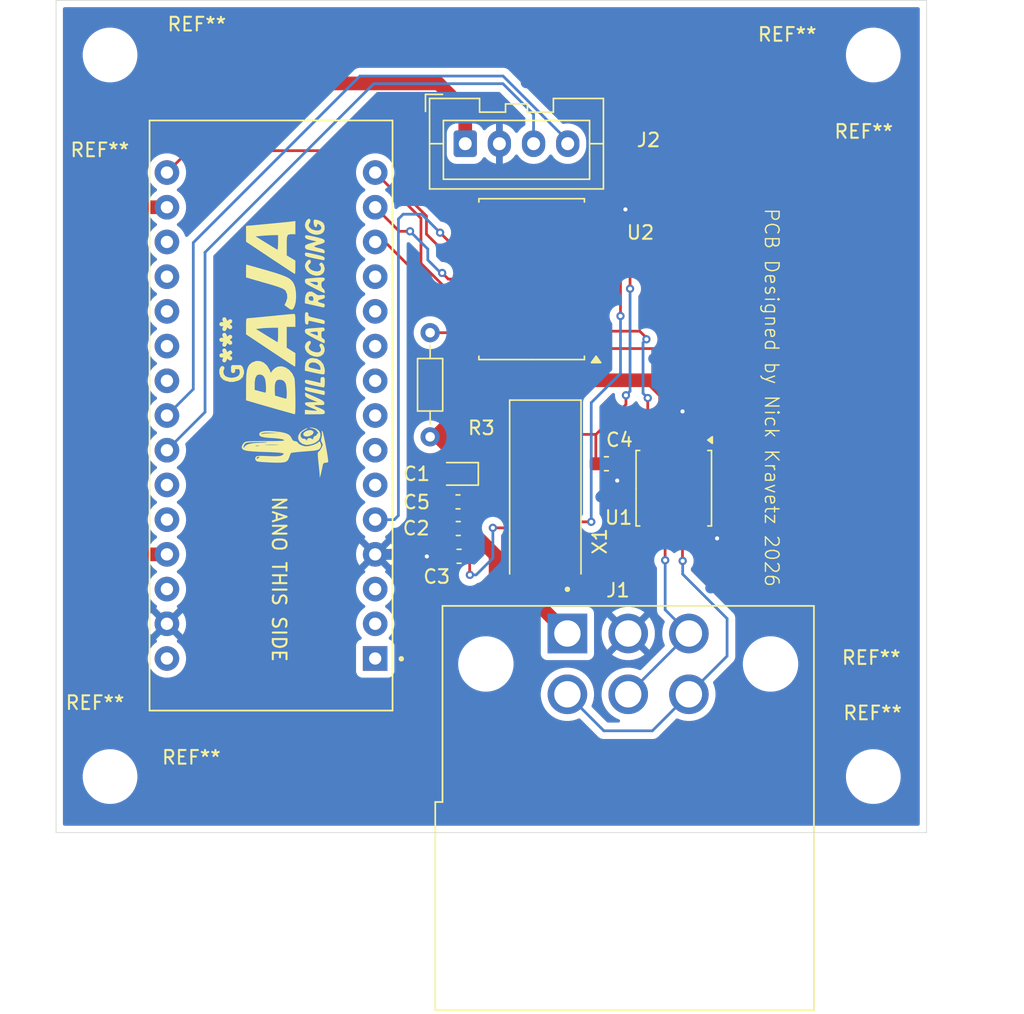
<source format=kicad_pcb>
(kicad_pcb (version 20241229) (generator "pcbnew") (generator_version "9.0")
  (layers (0 "F.Cu" signal) (2 "B.Cu" signal) (13 "F.Paste" user) (15 "B.Paste" user) (5 "F.SilkS" user "F.Silkscreen") (7 "B.SilkS" user "B.Silkscreen") (1 "F.Mask" user) (3 "B.Mask" user) (25 "Edge.Cuts" user))
  (net 0 "")
  (net 2 "SDA")
  (net 6 "+3V")
  (net 10 "SO")
  (net 12 "SCK")
  (net 13 "Net-(U2-~{INT})")
  (net 20 "SI")
  (net 25 "SCL")
  (net 26 "+5V")
  (net 28 "Net-(U2-OSC2)")
  (net 29 "CS")
  (net 30 "GND")
  (net 31 "Low")
  (net 32 "High")
  (net 33 "Net-(U2-OSC1)")
  (net 34 "Net-(U2-~{RESET})")
  (net 36 "Net-(U1-TXD)")
  (net 37 "Net-(U1-RXD)")
  (footprint "MountingHole:MountingHole_3.5mm" (layer "F.Cu") (at 188.7 125.2)
    (property "Reference" "REF**" (at -0.05 -4.65 0) (layer "F.SilkS"))
    (property "Value" "MountingHole_3.5mm")
    (pad "" np_thru_hole circle (at 0 0) (size 3.5 3.5) (drill 3.5) (layers "*.Cu" "*.Mask"))
  )
  (footprint "Package_SO:SOIC-18W_7.5x11.6mm_P1.27mm" (layer "F.Cu") (at 163.7 88.8 180)
    (property "Reference" "U2" (at -7.96 3.41 0) (layer "F.SilkS"))
    (property "Value" "MCP2515-I")
    (pad "1" smd roundrect (at -4.65 -5.08 180) (size 2.05 0.6) (layers "F.Cu" "F.Mask" "F.Paste") (net 36 "Net-(U1-TXD)"))
    (pad "2" smd roundrect (at -4.65 -3.81 180) (size 2.05 0.6) (layers "F.Cu" "F.Mask" "F.Paste") (net 37 "Net-(U1-RXD)"))
    (pad "3" smd roundrect (at -4.65 -2.54 180) (size 2.05 0.6) (layers "F.Cu" "F.Mask" "F.Paste"))
    (pad "4" smd roundrect (at -4.65 -1.27 180) (size 2.05 0.6) (layers "F.Cu" "F.Mask" "F.Paste"))
    (pad "5" smd roundrect (at -4.65 0 180) (size 2.05 0.6) (layers "F.Cu" "F.Mask" "F.Paste"))
    (pad "6" smd roundrect (at -4.65 1.27 180) (size 2.05 0.6) (layers "F.Cu" "F.Mask" "F.Paste"))
    (pad "7" smd roundrect (at -4.65 2.54 180) (size 2.05 0.6) (layers "F.Cu" "F.Mask" "F.Paste") (net 28 "Net-(U2-OSC2)"))
    (pad "8" smd roundrect (at -4.65 3.81 180) (size 2.05 0.6) (layers "F.Cu" "F.Mask" "F.Paste") (net 33 "Net-(U2-OSC1)"))
    (pad "9" smd roundrect (at -4.65 5.08 180) (size 2.05 0.6) (layers "F.Cu" "F.Mask" "F.Paste") (net 30 "GND"))
    (pad "10" smd roundrect (at 4.65 5.08 180) (size 2.05 0.6) (layers "F.Cu" "F.Mask" "F.Paste"))
    (pad "11" smd roundrect (at 4.65 3.81 180) (size 2.05 0.6) (layers "F.Cu" "F.Mask" "F.Paste"))
    (pad "12" smd roundrect (at 4.65 2.54 180) (size 2.05 0.6) (layers "F.Cu" "F.Mask" "F.Paste") (net 13 "Net-(U2-~{INT})"))
    (pad "13" smd roundrect (at 4.65 1.27 180) (size 2.05 0.6) (layers "F.Cu" "F.Mask" "F.Paste") (net 12 "SCK"))
    (pad "14" smd roundrect (at 4.65 0 180) (size 2.05 0.6) (layers "F.Cu" "F.Mask" "F.Paste") (net 20 "SI"))
    (pad "15" smd roundrect (at 4.65 -1.27 180) (size 2.05 0.6) (layers "F.Cu" "F.Mask" "F.Paste") (net 10 "SO"))
    (pad "16" smd roundrect (at 4.65 -2.54 180) (size 2.05 0.6) (layers "F.Cu" "F.Mask" "F.Paste") (net 29 "CS"))
    (pad "17" smd roundrect (at 4.65 -3.81 180) (size 2.05 0.6) (layers "F.Cu" "F.Mask" "F.Paste") (net 34 "Net-(U2-~{RESET})"))
    (pad "18" smd roundrect (at 4.65 -5.08 180) (size 2.05 0.6) (layers "F.Cu" "F.Mask" "F.Paste") (net 26 "+5V"))
  )
  (footprint "Connector_JST:JST_XA_B04B-XASK-1_1x04_P2.50mm_Vertical" (layer "F.Cu") (at 158.84 78.89)
    (property "Reference" "J2" (at 13.41 -0.27 0) (layer "F.SilkS"))
    (property "Value" "Conn_01x04")
    (pad "1" thru_hole roundrect (at 0 0) (size 1.7 1.95) (drill 0.95) (layers "*.Cu" "*.Mask") (roundrect_rratio 0.147059) (net 6 "+3V"))
    (pad "2" thru_hole oval (at 2.5 0) (size 1.7 1.95) (drill 0.95) (layers "*.Cu" "*.Mask") (net 30 "GND"))
    (pad "3" thru_hole oval (at 5 0) (size 1.7 1.95) (drill 0.95) (layers "*.Cu" "*.Mask") (net 25 "SCL"))
    (pad "4" thru_hole oval (at 7.5 0) (size 1.7 1.95) (drill 0.95) (layers "*.Cu" "*.Mask") (net 2 "SDA"))
  )
  (footprint "Package_SO:SOIC-8_5.3x5.3mm_P1.27mm" (layer "F.Cu") (at 174.1 104.1 -90)
    (property "Reference" "U1" (at 2.15 4.04 0) (layer "F.SilkS"))
    (property "Value" "TJA1050DRG")
    (pad "1" smd roundrect (at -3.5875 -1.905 270) (size 1.625 0.65) (layers "F.Cu" "F.Mask" "F.Paste") (net 36 "Net-(U1-TXD)"))
    (pad "2" smd roundrect (at -3.5875 -0.635 270) (size 1.625 0.65) (layers "F.Cu" "F.Mask" "F.Paste") (net 30 "GND"))
    (pad "3" smd roundrect (at -3.5875 0.635 270) (size 1.625 0.65) (layers "F.Cu" "F.Mask" "F.Paste") (net 26 "+5V"))
    (pad "4" smd roundrect (at -3.5875 1.905 270) (size 1.625 0.65) (layers "F.Cu" "F.Mask" "F.Paste") (net 37 "Net-(U1-RXD)"))
    (pad "5" smd roundrect (at 3.5875 1.905 270) (size 1.625 0.65) (layers "F.Cu" "F.Mask" "F.Paste"))
    (pad "6" smd roundrect (at 3.5875 0.635 270) (size 1.625 0.65) (layers "F.Cu" "F.Mask" "F.Paste") (net 31 "Low"))
    (pad "7" smd roundrect (at 3.5875 -0.635 270) (size 1.625 0.65) (layers "F.Cu" "F.Mask" "F.Paste") (net 32 "High"))
    (pad "8" smd roundrect (at 3.5875 -1.905 270) (size 1.625 0.65) (layers "F.Cu" "F.Mask" "F.Paste") (net 30 "GND"))
  )
  (footprint "Capacitor_SMD:C_0603_1608Metric" (layer "F.Cu") (at 158.31 105.1)
    (property "Reference" "C5" (at -3.03 0.02 0) (layer "F.SilkS"))
    (property "Value" "100nF")
    (pad "1" smd roundrect (at -0.775 0) (size 0.9 0.95) (layers "F.Cu" "F.Mask" "F.Paste") (net 30 "GND"))
    (pad "2" smd roundrect (at 0.775 0) (size 0.9 0.95) (layers "F.Cu" "F.Mask" "F.Paste") (net 26 "+5V"))
  )
  (footprint "Fiducial:Fiducial_0.75mm_Mask1.5mm" (layer "F.Cu") (at 138.8 125.5)
    (property "Reference" "REF**" (at 0 -1.7 0) (layer "F.SilkS"))
    (property "Value" "Fiducial_0.75mm_Mask1.5mm")
    (pad "" smd circle (at 0 0) (size 0.75 0.75) (layers "F.Cu" "F.Mask") (clearance 0.475))
  )
  (footprint "MountingHole:MountingHole_3.5mm" (layer "F.Cu") (at 132.85 72.4)
    (property "Reference" "REF**" (at -0.75 6.95 0) (layer "F.SilkS"))
    (property "Value" "MountingHole_3.5mm")
    (pad "" np_thru_hole circle (at 0 0) (size 3.5 3.5) (drill 3.5) (layers "*.Cu" "*.Mask"))
  )
  (footprint "MountingHole:MountingHole_3.5mm" (layer "F.Cu") (at 188.7 72.4)
    (property "Reference" "REF**" (at -0.7 5.6 0) (layer "F.SilkS"))
    (property "Value" "MountingHole_3.5mm")
    (pad "" np_thru_hole circle (at 0 0) (size 3.5 3.5) (drill 3.5) (layers "*.Cu" "*.Mask"))
  )
  (footprint "Capacitor_Tantalum_SMD:CP_EIA-1608-08_AVX-J" (layer "F.Cu") (at 158.2775 103.05 180)
    (property "Reference" "C1" (at 2.9975 0 0) (layer "F.SilkS"))
    (property "Value" "10uF/16V")
    (pad "1" smd roundrect (at -0.715 0 180) (size 1.09 1.13) (layers "F.Cu" "F.Mask" "F.Paste") (roundrect_rratio 0.229358) (net 26 "+5V"))
    (pad "2" smd roundrect (at 0.715 0 180) (size 1.09 1.13) (layers "F.Cu" "F.Mask" "F.Paste") (roundrect_rratio 0.229358) (net 30 "GND"))
  )
  (footprint "Fiducial:Fiducial_0.75mm_Mask1.5mm" (layer "F.Cu") (at 188.55 118.2)
    (property "Reference" "REF**" (at 0 -1.7 0) (layer "F.SilkS"))
    (property "Value" "Fiducial_0.75mm_Mask1.5mm")
    (pad "" smd circle (at 0 0) (size 0.75 0.75) (layers "F.Cu" "F.Mask") (clearance 0.475))
  )
  (footprint "DTF13-6P part:TE_DTF13-6P" (layer "F.Cu") (at 170.765 116.96)
    (property "Reference" "J1" (at -0.75 -5.39 0) (layer "F.SilkS"))
    (property "Value" "DTF13-6P")
    (pad "" np_thru_hole circle (at -10.415 0) (size 3.55 3.55) (drill 3.55) (layers "*.Cu" "*.Mask"))
    (pad "" np_thru_hole circle (at 10.415 0) (size 3.55 3.55) (drill 3.55) (layers "*.Cu" "*.Mask"))
    (pad "1" thru_hole rect (at -4.45 -2.23) (size 2.895 2.895) (drill 1.93) (layers "*.Cu" "*.Mask") (net 26 "+5V"))
    (pad "2" thru_hole circle (at 0 -2.23) (size 2.895 2.895) (drill 1.93) (layers "*.Cu" "*.Mask") (net 30 "GND"))
    (pad "3" thru_hole circle (at 4.44 -2.23) (size 2.895 2.895) (drill 1.93) (layers "*.Cu" "*.Mask") (net 31 "Low"))
    (pad "4" thru_hole circle (at 4.44 2.22) (size 2.895 2.895) (drill 1.93) (layers "*.Cu" "*.Mask") (net 32 "High"))
    (pad "5" thru_hole circle (at 0 2.22) (size 2.895 2.895) (drill 1.93) (layers "*.Cu" "*.Mask") (net 31 "Low"))
    (pad "6" thru_hole circle (at -4.45 2.22) (size 2.895 2.895) (drill 1.93) (layers "*.Cu" "*.Mask") (net 32 "High"))
  )
  (footprint "Resistor_THT:R_Axial_DIN0204_L3.6mm_D1.6mm_P7.62mm_Horizontal" (layer "F.Cu") (at 156.27 100.34 90)
    (property "Reference" "R3" (at 0.65 3.75 180) (layer "F.SilkS"))
    (property "Value" "10k")
    (pad "1" thru_hole circle (at 0 0 90) (size 1.4 1.4) (drill 0.7) (layers "*.Cu" "*.Mask") (net 26 "+5V"))
    (pad "2" thru_hole circle (at 7.62 0 90) (size 1.4 1.4) (drill 0.7) (layers "*.Cu" "*.Mask") (net 34 "Net-(U2-~{RESET})"))
  )
  (footprint "BAJA SAE:SHIELD_ARDUINO_NANO" (layer "F.Cu") (at 144.63 98.78 180)
    (property "Reference" "UNIT_1" (hide yes))
    (property "Value" "ARDUINO_NANO" (hide yes))
    (pad "1" thru_hole rect (at -7.62 -17.78 180) (size 1.8 1.8) (drill 0.9) (layers "*.Cu" "*.Mask"))
    (pad "2" thru_hole circle (at -7.62 -15.24 180) (size 1.8 1.8) (drill 0.9) (layers "*.Cu" "*.Mask"))
    (pad "3" thru_hole circle (at -7.62 -12.7 180) (size 1.8 1.8) (drill 0.9) (layers "*.Cu" "*.Mask"))
    (pad "4" thru_hole circle (at -7.62 -10.16 180) (size 1.8 1.8) (drill 0.9) (layers "*.Cu" "*.Mask") (net 30 "GND"))
    (pad "5" thru_hole circle (at -7.62 -7.62 180) (size 1.8 1.8) (drill 0.9) (layers "*.Cu" "*.Mask") (net 13 "Net-(U2-~{INT})"))
    (pad "6" thru_hole circle (at -7.62 -5.08 180) (size 1.8 1.8) (drill 0.9) (layers "*.Cu" "*.Mask"))
    (pad "7" thru_hole circle (at -7.62 -2.54 180) (size 1.8 1.8) (drill 0.9) (layers "*.Cu" "*.Mask"))
    (pad "8" thru_hole circle (at -7.62 0 180) (size 1.8 1.8) (drill 0.9) (layers "*.Cu" "*.Mask"))
    (pad "9" thru_hole circle (at -7.62 2.54 180) (size 1.8 1.8) (drill 0.9) (layers "*.Cu" "*.Mask"))
    (pad "10" thru_hole circle (at -7.62 5.08 180) (size 1.8 1.8) (drill 0.9) (layers "*.Cu" "*.Mask"))
    (pad "11" thru_hole circle (at -7.62 7.62 180) (size 1.8 1.8) (drill 0.9) (layers "*.Cu" "*.Mask"))
    (pad "12" thru_hole circle (at -7.62 10.16 180) (size 1.8 1.8) (drill 0.9) (layers "*.Cu" "*.Mask"))
    (pad "13" thru_hole circle (at -7.62 12.7 180) (size 1.8 1.8) (drill 0.9) (layers "*.Cu" "*.Mask") (net 29 "CS"))
    (pad "14" thru_hole circle (at -7.62 15.24 180) (size 1.8 1.8) (drill 0.9) (layers "*.Cu" "*.Mask") (net 20 "SI"))
    (pad "15" thru_hole circle (at -7.62 17.78 180) (size 1.8 1.8) (drill 0.9) (layers "*.Cu" "*.Mask") (net 10 "SO"))
    (pad "16" thru_hole circle (at 7.62 17.78 180) (size 1.8 1.8) (drill 0.9) (layers "*.Cu" "*.Mask") (net 12 "SCK"))
    (pad "17" thru_hole circle (at 7.62 15.24 180) (size 1.8 1.8) (drill 0.9) (layers "*.Cu" "*.Mask") (net 6 "+3V"))
    (pad "18" thru_hole circle (at 7.62 12.7 180) (size 1.8 1.8) (drill 0.9) (layers "*.Cu" "*.Mask"))
    (pad "19" thru_hole circle (at 7.62 10.16 180) (size 1.8 1.8) (drill 0.9) (layers "*.Cu" "*.Mask"))
    (pad "20" thru_hole circle (at 7.62 7.62 180) (size 1.8 1.8) (drill 0.9) (layers "*.Cu" "*.Mask"))
    (pad "21" thru_hole circle (at 7.62 5.08 180) (size 1.8 1.8) (drill 0.9) (layers "*.Cu" "*.Mask"))
    (pad "22" thru_hole circle (at 7.62 2.54 180) (size 1.8 1.8) (drill 0.9) (layers "*.Cu" "*.Mask"))
    (pad "23" thru_hole circle (at 7.62 0 180) (size 1.8 1.8) (drill 0.9) (layers "*.Cu" "*.Mask") (net 2 "SDA"))
    (pad "24" thru_hole circle (at 7.62 -2.54 180) (size 1.8 1.8) (drill 0.9) (layers "*.Cu" "*.Mask") (net 25 "SCL"))
    (pad "25" thru_hole circle (at 7.62 -5.08 180) (size 1.8 1.8) (drill 0.9) (layers "*.Cu" "*.Mask"))
    (pad "26" thru_hole circle (at 7.62 -7.62 180) (size 1.8 1.8) (drill 0.9) (layers "*.Cu" "*.Mask"))
    (pad "27" thru_hole circle (at 7.62 -10.16 180) (size 1.8 1.8) (drill 0.9) (layers "*.Cu" "*.Mask") (net 26 "+5V"))
    (pad "28" thru_hole circle (at 7.62 -12.7 180) (size 1.8 1.8) (drill 0.9) (layers "*.Cu" "*.Mask"))
    (pad "29" thru_hole circle (at 7.62 -15.24 180) (size 1.8 1.8) (drill 0.9) (layers "*.Cu" "*.Mask") (net 30 "GND"))
    (pad "30" thru_hole circle (at 7.62 -17.78 180) (size 1.8 1.8) (drill 0.9) (layers "*.Cu" "*.Mask"))
  )
  (footprint "Capacitor_SMD:C_0603_1608Metric" (layer "F.Cu") (at 169.17 102.31)
    (property "Reference" "C4" (at 0.95 -1.75 0) (layer "F.SilkS"))
    (property "Value" "22pF")
    (pad "1" smd roundrect (at -0.775 0) (size 0.9 0.95) (layers "F.Cu" "F.Mask" "F.Paste") (net 33 "Net-(U2-OSC1)"))
    (pad "2" smd roundrect (at 0.775 0) (size 0.9 0.95) (layers "F.Cu" "F.Mask" "F.Paste") (net 30 "GND"))
  )
  (footprint "0_Baja_2025:Baja Logo" (layer "F.Cu") (at 145.650825 93.875836 90)
    (property "Reference" "G***" (at -0.114164 -3.830825 90) (layer "F.SilkS") (effects (font (size 1.5 1.5) (thickness 0.3))))
    (property "Value" "LOGO" (hide yes))
  )
  (footprint "Capacitor_SMD:C_0603_1608Metric" (layer "F.Cu") (at 158.39 109.08 180)
    (property "Reference" "C3" (at 1.64 -1.49 0) (layer "F.SilkS"))
    (property "Value" "22pF")
    (pad "1" smd roundrect (at -0.775 0 180) (size 0.9 0.95) (layers "F.Cu" "F.Mask" "F.Paste") (net 28 "Net-(U2-OSC2)"))
    (pad "2" smd roundrect (at 0.775 0 180) (size 0.9 0.95) (layers "F.Cu" "F.Mask" "F.Paste") (net 30 "GND"))
  )
  (footprint "Capacitor_SMD:C_0603_1608Metric" (layer "F.Cu") (at 158.33 107.05)
    (property "Reference" "C2" (at -3.08 -0.02 180) (layer "F.SilkS"))
    (property "Value" "100nF")
    (pad "1" smd roundrect (at -0.775 0) (size 0.9 0.95) (layers "F.Cu" "F.Mask" "F.Paste") (net 30 "GND"))
    (pad "2" smd roundrect (at 0.775 0) (size 0.9 0.95) (layers "F.Cu" "F.Mask" "F.Paste") (net 26 "+5V"))
  )
  (footprint "Fiducial:Fiducial_0.75mm_Mask1.5mm" (layer "F.Cu") (at 139.2 71.85)
    (property "Reference" "REF**" (at 0 -1.7 0) (layer "F.SilkS"))
    (property "Value" "Fiducial_0.75mm_Mask1.5mm")
    (pad "" smd circle (at 0 0) (size 0.75 0.75) (layers "F.Cu" "F.Mask") (clearance 0.475))
  )
  (footprint "Fiducial:Fiducial_0.75mm_Mask1.5mm" (layer "F.Cu") (at 182.4 72.6)
    (property "Reference" "REF**" (at 0 -1.7 0) (layer "F.SilkS"))
    (property "Value" "Fiducial_0.75mm_Mask1.5mm")
    (pad "" smd circle (at 0 0) (size 0.75 0.75) (layers "F.Cu" "F.Mask") (clearance 0.475))
  )
  (footprint "MountingHole:MountingHole_3.5mm" (layer "F.Cu") (at 132.85 125.2)
    (property "Reference" "REF**" (at -1.1 -5.4 0) (layer "F.SilkS"))
    (property "Value" "MountingHole_3.5mm")
    (pad "" np_thru_hole circle (at 0 0) (size 3.5 3.5) (drill 3.5) (layers "*.Cu" "*.Mask"))
  )
  (footprint "Crystal:Crystal_SMD_HC49-SD" (layer "F.Cu") (at 164.7 104.4125 -90)
    (property "Reference" "X1" (at 3.57 -3.98 90) (layer "F.SilkS"))
    (property "Value" "8MHz")
    (pad "1" smd roundrect (at -4.25 0 270) (size 4.5 2) (layers "F.Cu" "F.Mask" "F.Paste") (roundrect_rratio 0.125) (net 33 "Net-(U2-OSC1)"))
    (pad "2" smd roundrect (at 4.25 0 270) (size 4.5 2) (layers "F.Cu" "F.Mask" "F.Paste") (roundrect_rratio 0.125) (net 28 "Net-(U2-OSC2)"))
  )
  (gr_line (start 128.9 68.4) (end 128.9 129.3) (stroke (width 0.05)) (layer "Edge.Cuts"))
  (gr_line (start 128.9 129.3) (end 192.6 129.3) (stroke (width 0.05)) (layer "Edge.Cuts"))
  (gr_line (start 192.6 129.3) (end 192.6 68.4) (stroke (width 0.05)) (layer "Edge.Cuts"))
  (gr_line (start 188.7 68.4) (end 128.9 68.4) (stroke (width 0.05)) (layer "Edge.Cuts"))
  (gr_line (start 192.6 68.4) (end 188.7 68.4) (stroke (width 0.05)) (layer "Edge.Cuts"))
  (gr_text "NANO THIS SIDE" (at 144.63 104.61 270) (layer "F.SilkS") (effects (font (size 1 1)) (justify left bottom)))
  (gr_text "PCB Designed by Nick Kravetz 2026\n" (at 180.68 83.54 270) (layer "F.SilkS") (effects (font (size 1 1) (thickness 0.1)) (justify left bottom)))
  (segment (start 166.34 78.34) (end 166.34 78.89) (width 0.2) (layer "B.Cu") (net 2))
  (segment (start 138.94 86.13) (end 151.13 73.94) (width 0.2) (layer "B.Cu") (net 2))
  (segment (start 137.01 98.78) (end 138.94 96.85) (width 0.2) (layer "B.Cu") (net 2))
  (segment (start 161.6071 73.94) (end 166.34 78.6729) (width 0.2) (layer "B.Cu") (net 2))
  (segment (start 151.13 73.94) (end 161.6071 73.94) (width 0.2) (layer "B.Cu") (net 2))
  (segment (start 166.34 78.6729) (end 166.34 78.89) (width 0.2) (layer "B.Cu") (net 2))
  (segment (start 138.94 96.85) (end 138.94 86.13) (width 0.2) (layer "B.Cu") (net 2))
  (segment (start 137.01 83.54) (end 135.44 83.54) (width 1) (layer "F.Cu") (net 6))
  (segment (start 156.88 74.48) (end 158.84 76.44) (width 1) (layer "F.Cu") (net 6))
  (segment (start 137.4 74.48) (end 156.88 74.48) (width 1) (layer "F.Cu") (net 6))
  (segment (start 135.44 83.54) (end 134.81 82.91) (width 1) (layer "F.Cu") (net 6))
  (segment (start 134.81 82.91) (end 134.81 77.07) (width 1) (layer "F.Cu") (net 6))
  (segment (start 158.84 76.44) (end 158.84 78.89) (width 1) (layer "F.Cu") (net 6))
  (segment (start 134.81 77.07) (end 137.4 74.48) (width 1) (layer "F.Cu") (net 6))
  (segment (start 155.6 87.644999) (end 158.025001 90.07) (width 0.2) (layer "F.Cu") (net 10))
  (segment (start 155.6 84.35) (end 155.6 87.644999) (width 0.2) (layer "F.Cu") (net 10))
  (segment (start 152.25 81) (end 155.6 84.35) (width 0.2) (layer "F.Cu") (net 10))
  (segment (start 158.025001 90.07) (end 159.05 90.07) (width 0.2) (layer "F.Cu") (net 10))
  (segment (start 137.01 81) (end 138.61 79.4) (width 0.2) (layer "F.Cu") (net 12))
  (segment (start 153 79.4) (end 153.9 80.3) (width 0.2) (layer "F.Cu") (net 12))
  (segment (start 153.9 82.0829) (end 156.001 84.1839) (width 0.2) (layer "F.Cu") (net 12))
  (segment (start 138.61 79.4) (end 153 79.4) (width 0.2) (layer "F.Cu") (net 12))
  (segment (start 153.9 80.3) (end 153.9 82.0829) (width 0.2) (layer "F.Cu") (net 12))
  (segment (start 156.001 84.1839) (end 156.001 85.505999) (width 0.2) (layer "F.Cu") (net 12))
  (segment (start 158.025001 87.53) (end 159.05 87.53) (width 0.2) (layer "F.Cu") (net 12))
  (segment (start 156.001 85.505999) (end 158.025001 87.53) (width 0.2) (layer "F.Cu") (net 12))
  (segment (start 157 85.4) (end 157.86 86.26) (width 0.2) (layer "F.Cu") (net 13))
  (segment (start 157.86 86.26) (end 159.05 86.26) (width 0.2) (layer "F.Cu") (net 13))
  (via (at 157 85.4) (size 0.6) (drill 0.3) (layers "F.Cu" "B.Cu") (net 13))
  (segment (start 153.95 84.4) (end 154.3 84.05) (width 0.2) (layer "B.Cu") (net 13))
  (segment (start 155.65 84.05) (end 156.85 85.25) (width 0.2) (layer "B.Cu") (net 13))
  (segment (start 154.3 84.05) (end 155.65 84.05) (width 0.2) (layer "B.Cu") (net 13))
  (segment (start 153.95 106.1) (end 153.95 84.4) (width 0.2) (layer "B.Cu") (net 13))
  (segment (start 156.85 85.25) (end 157 85.4) (width 0.2) (layer "B.Cu") (net 13))
  (segment (start 152.25 106.4) (end 153.65 106.4) (width 0.2) (layer "B.Cu") (net 13))
  (segment (start 153.65 106.4) (end 153.95 106.1) (width 0.2) (layer "B.Cu") (net 13))
  (segment (start 152.25 83.54) (end 154.01 85.3) (width 0.2) (layer "F.Cu") (net 20))
  (segment (start 157.60353 88.8) (end 159.05 88.8) (width 0.2) (layer "F.Cu") (net 20))
  (segment (start 154.01 85.3) (end 154.8 85.3) (width 0.2) (layer "F.Cu") (net 20))
  (segment (start 157.151765 88.348235) (end 157.60353 88.8) (width 0.2) (layer "F.Cu") (net 20))
  (via (at 157.151765 88.348235) (size 0.6) (drill 0.3) (layers "F.Cu" "B.Cu") (net 20))
  (via (at 154.8 85.3) (size 0.6) (drill 0.3) (layers "F.Cu" "B.Cu") (net 20))
  (segment (start 154.8 85.3) (end 156.1 86.6) (width 0.2) (layer "B.Cu") (net 20))
  (segment (start 157.1 88.4) (end 157.151765 88.348235) (width 0.2) (layer "B.Cu") (net 20))
  (segment (start 156.1 86.6) (end 156.1 87.4) (width 0.2) (layer "B.Cu") (net 20))
  (segment (start 156.1 87.4) (end 157.1 88.4) (width 0.2) (layer "B.Cu") (net 20))
  (segment (start 163.84 76.74) (end 163.84 78.89) (width 0.2) (layer "B.Cu") (net 25))
  (segment (start 152.14 74.5) (end 139.8 86.84) (width 0.2) (layer "B.Cu") (net 25))
  (segment (start 139.8 98.53) (end 137.01 101.32) (width 0.2) (layer "B.Cu") (net 25))
  (segment (start 139.8 86.84) (end 139.8 98.53) (width 0.2) (layer "B.Cu") (net 25))
  (segment (start 161.6 74.5) (end 152.14 74.5) (width 0.2) (layer "B.Cu") (net 25))
  (segment (start 161.6 74.5) (end 163.84 76.74) (width 0.2) (layer "B.Cu") (net 25))
  (segment (start 160.15 96.2) (end 159.05 95.1) (width 1) (layer "F.Cu") (net 26))
  (segment (start 137.01 108.94) (end 135.46 108.94) (width 1) (layer "F.Cu") (net 26))
  (segment (start 134.7 109.7) (end 134.7 120.9) (width 1) (layer "F.Cu") (net 26))
  (segment (start 134.7 120.9) (end 135.1 121.3) (width 1) (layer "F.Cu") (net 26))
  (segment (start 159.105 107.05) (end 161.06 109.005) (width 1) (layer "F.Cu") (net 26))
  (segment (start 155.99 111.98) (end 156.18 111.79) (width 1) (layer "F.Cu") (net 26))
  (segment (start 158.9925 103.05) (end 158.9925 105.0075) (width 1) (layer "F.Cu") (net 26))
  (segment (start 156.66 100.34) (end 160.8 96.2) (width 1) (layer "F.Cu") (net 26))
  (segment (start 163.375 111.79) (end 166.315 114.73) (width 1) (layer "F.Cu") (net 26))
  (segment (start 156.8475 100.34) (end 158.9925 102.485) (width 1) (layer "F.Cu") (net 26))
  (segment (start 159.05 95.1) (end 159.05 93.88) (width 1) (layer "F.Cu") (net 26))
  (segment (start 160.8 96.2) (end 160.15 96.2) (width 1) (layer "F.Cu") (net 26))
  (segment (start 161.06 109.005) (end 161.06 111.3) (width 1) (layer "F.Cu") (net 26))
  (segment (start 173.465 97.165) (end 172.5 96.2) (width 1) (layer "F.Cu") (net 26))
  (segment (start 173.465 100.5125) (end 173.465 97.165) (width 1) (layer "F.Cu") (net 26))
  (segment (start 161.06 111.3) (end 160.57 111.79) (width 1) (layer "F.Cu") (net 26))
  (segment (start 158.9925 105.0075) (end 159.085 105.1) (width 1) (layer "F.Cu") (net 26))
  (segment (start 172.5 96.2) (end 160.8 96.2) (width 1) (layer "F.Cu") (net 26))
  (segment (start 156.18 111.79) (end 160.57 111.79) (width 1) (layer "F.Cu") (net 26))
  (segment (start 156.27 100.34) (end 156.8475 100.34) (width 1) (layer "F.Cu") (net 26))
  (segment (start 160.57 111.79) (end 163.375 111.79) (width 1) (layer "F.Cu") (net 26))
  (segment (start 135.1 121.3) (end 153.6 121.3) (width 1) (layer "F.Cu") (net 26))
  (segment (start 158.9925 102.485) (end 158.9925 103.05) (width 1) (layer "F.Cu") (net 26))
  (segment (start 159.085 107.03) (end 159.105 107.05) (width 1) (layer "F.Cu") (net 26))
  (segment (start 156.27 100.34) (end 156.66 100.34) (width 1) (layer "F.Cu") (net 26))
  (segment (start 159.085 105.1) (end 159.085 107.03) (width 1) (layer "F.Cu") (net 26))
  (segment (start 155.99 118.91) (end 155.99 111.98) (width 1) (layer "F.Cu") (net 26))
  (segment (start 135.46 108.94) (end 134.7 109.7) (width 1) (layer "F.Cu") (net 26))
  (segment (start 153.6 121.3) (end 155.99 118.91) (width 1) (layer "F.Cu") (net 26))
  (segment (start 159.165 109.08) (end 159.165 110.425) (width 0.2) (layer "F.Cu") (net 28))
  (segment (start 169.374999 86.26) (end 170.2 87.085002) (width 0.2) (layer "F.Cu") (net 28))
  (segment (start 160.86 107) (end 163.0375 107) (width 0.2) (layer "F.Cu") (net 28))
  (segment (start 170.2 87.085002) (end 170.2 91.5) (width 0.2) (layer "F.Cu") (net 28))
  (segment (start 159.165 110.425) (end 159.18 110.44) (width 0.2) (layer "F.Cu") (net 28))
  (segment (start 168.35 86.26) (end 169.374999 86.26) (width 0.2) (layer "F.Cu") (net 28))
  (segment (start 163.0375 107) (end 164.7 108.6625) (width 0.2) (layer "F.Cu") (net 28))
  (segment (start 166.8025 106.56) (end 164.7 108.6625) (width 0.2) (layer "F.Cu") (net 28))
  (segment (start 168.06 106.56) (end 166.8025 106.56) (width 0.2) (layer "F.Cu") (net 28))
  (via (at 168.06 106.56) (size 0.6) (drill 0.3) (layers "F.Cu" "B.Cu") (net 28))
  (via (at 170.2 91.5) (size 0.6) (drill 0.3) (layers "F.Cu" "B.Cu") (net 28))
  (via (at 159.18 110.44) (size 0.6) (drill 0.3) (layers "F.Cu" "B.Cu") (net 28))
  (via (at 160.86 107) (size 0.6) (drill 0.3) (layers "F.Cu" "B.Cu") (net 28))
  (segment (start 170.2 91.5) (end 170.2 95.7) (width 0.2) (layer "B.Cu") (net 28))
  (segment (start 160.86 109.22) (end 160.86 107) (width 0.2) (layer "B.Cu") (net 28))
  (segment (start 159.64 110.44) (end 160.86 109.22) (width 0.2) (layer "B.Cu") (net 28))
  (segment (start 159.18 110.44) (end 159.64 110.44) (width 0.2) (layer "B.Cu") (net 28))
  (segment (start 168.06 97.84) (end 168.06 106.56) (width 0.2) (layer "B.Cu") (net 28))
  (segment (start 170.2 95.7) (end 168.06 97.84) (width 0.2) (layer "B.Cu") (net 28))
  (segment (start 168.06 106.56) (end 168.06 106.47) (width 0.2) (layer "B.Cu") (net 28))
  (segment (start 152.25 86.08) (end 152.97 86.08) (width 0.2) (layer "F.Cu") (net 29))
  (segment (start 158.23 91.34) (end 159.05 91.34) (width 0.2) (layer "F.Cu") (net 29))
  (segment (start 152.97 86.08) (end 158.23 91.34) (width 0.2) (layer "F.Cu") (net 29))
  (segment (start 157.535 107.03) (end 157.555 107.05) (width 0.2) (layer "F.Cu") (net 30))
  (segment (start 157.5625 103.05) (end 157.5625 105.0725) (width 0.8) (layer "F.Cu") (net 30))
  (segment (start 169.945 103.525) (end 169.96 103.54) (width 0.2) (layer "F.Cu") (net 30))
  (segment (start 168.35 83.72) (end 170.54 83.72) (width 0.8) (layer "F.Cu") (net 30))
  (segment (start 169.945 102.31) (end 169.945 103.525) (width 0.8) (layer "F.Cu") (net 30))
  (segment (start 174.735 100.5125) (end 174.735 98.485) (width 0.8) (layer "F.Cu") (net 30))
  (segment (start 157.555 107.165) (end 157.615 107.225) (width 0.2) (layer "F.Cu") (net 30))
  (segment (start 176.005 107.6875) (end 177.1875 107.6875) (width 0.8) (layer "F.Cu") (net 30))
  (segment (start 157.535 105.1) (end 157.535 107.03) (width 0.8) (layer "F.Cu") (net 30))
  (segment (start 157.5625 105.0725) (end 157.535 105.1) (width 0.2) (layer "F.Cu") (net 30))
  (segment (start 170.54 83.72) (end 170.56 83.7) (width 0.2) (layer "F.Cu") (net 30))
  (segment (start 156.04 109.08) (end 156.03 109.09) (width 0.2) (layer "F.Cu") (net 30))
  (segment (start 174.735 98.485) (end 174.74 98.48) (width 0.2) (layer "F.Cu") (net 30))
  (segment (start 157.555 107.05) (end 157.555 107.165) (width 0.2) (layer "F.Cu") (net 30))
  (segment (start 157.615 107.225) (end 157.615 109.08) (width 0.8) (layer "F.Cu") (net 30))
  (segment (start 157.615 109.08) (end 156.04 109.08) (width 0.8) (layer "F.Cu") (net 30))
  (segment (start 177.1875 107.6875) (end 177.27 107.77) (width 0.2) (layer "F.Cu") (net 30))
  (via (at 177.27 107.77) (size 0.6) (drill 0.3) (layers "F.Cu" "B.Cu") (net 30))
  (via (at 156.03 109.09) (size 0.6) (drill 0.3) (layers "F.Cu" "B.Cu") (net 30))
  (via (at 170.56 83.7) (size 0.6) (drill 0.3) (layers "F.Cu" "B.Cu") (net 30))
  (via (at 174.74 98.48) (size 0.6) (drill 0.3) (layers "F.Cu" "B.Cu") (net 30))
  (via (at 169.96 103.54) (size 0.6) (drill 0.3) (layers "F.Cu" "B.Cu") (net 30))
  (segment (start 177.27 110.93) (end 176.8 111.4) (width 0.8) (layer "B.Cu") (net 30))
  (segment (start 174.74 96.73) (end 172.63 94.62) (width 0.8) (layer "B.Cu") (net 30))
  (segment (start 174.74 98.48) (end 174.74 96.73) (width 0.8) (layer "B.Cu") (net 30))
  (segment (start 170.56 83.7) (end 170.56 75.39) (width 0.8) (layer "B.Cu") (net 30))
  (segment (start 169.6 74.43) (end 163.3 74.43) (width 0.8) (layer "B.Cu") (net 30))
  (segment (start 169.96 103.54) (end 168.76 104.74) (width 0.8) (layer "B.Cu") (net 30))
  (segment (start 177.27 107.77) (end 177.27 110.93) (width 0.8) (layer "B.Cu") (net 30))
  (segment (start 170.56 75.39) (end 170.53 75.36) (width 0.2) (layer "B.Cu") (net 30))
  (segment (start 170.53 75.36) (end 169.6 74.43) (width 0.8) (layer "B.Cu") (net 30))
  (segment (start 155.88 108.94) (end 152.25 108.94) (width 0.8) (layer "B.Cu") (net 30))
  (segment (start 156.03 109.09) (end 155.88 108.94) (width 0.2) (layer "B.Cu") (net 30))
  (segment (start 173.465 107.6875) (end 173.465 109.365) (width 0.2) (layer "F.Cu") (net 31))
  (segment (start 173.465 109.365) (end 173.47 109.37) (width 0.2) (layer "F.Cu") (net 31))
  (via (at 173.47 109.37) (size 0.6) (drill 0.3) (layers "F.Cu" "B.Cu") (net 31))
  (segment (start 175.205 114.73) (end 175.205 114.74) (width 0.2) (layer "B.Cu") (net 31))
  (segment (start 173.47 109.37) (end 173.47 112.995) (width 0.2) (layer "B.Cu") (net 31))
  (segment (start 173.47 112.995) (end 175.205 114.73) (width 0.2) (layer "B.Cu") (net 31))
  (segment (start 175.205 114.74) (end 170.765 119.18) (width 0.2) (layer "B.Cu") (net 31))
  (segment (start 174.75 109.42) (end 174.72 109.45) (width 0.2) (layer "F.Cu") (net 32))
  (segment (start 174.735 107.6875) (end 174.735 109.405) (width 0.2) (layer "F.Cu") (net 32))
  (segment (start 174.735 109.405) (end 174.75 109.42) (width 0.2) (layer "F.Cu") (net 32))
  (via (at 174.75 109.42) (size 0.6) (drill 0.3) (layers "F.Cu" "B.Cu") (net 32))
  (segment (start 172.535 121.85) (end 168.985 121.85) (width 0.2) (layer "B.Cu") (net 32))
  (segment (start 178 116.385) (end 175.205 119.18) (width 0.2) (layer "B.Cu") (net 32))
  (segment (start 168.985 121.85) (end 166.315 119.18) (width 0.2) (layer "B.Cu") (net 32))
  (segment (start 174.75 110.39) (end 178 113.64) (width 0.2) (layer "B.Cu") (net 32))
  (segment (start 175.205 119.18) (end 172.535 121.85) (width 0.2) (layer "B.Cu") (net 32))
  (segment (start 178 113.64) (end 178 116.385) (width 0.2) (layer "B.Cu") (net 32))
  (segment (start 174.75 109.42) (end 174.75 110.39) (width 0.2) (layer "B.Cu") (net 32))
  (segment (start 170.9 86.515001) (end 170.9 89.5) (width 0.2) (layer "F.Cu") (net 33))
  (segment (start 168.395 100.175) (end 168.395 102.31) (width 0.2) (layer "F.Cu") (net 33))
  (segment (start 169.374999 84.99) (end 170.9 86.515001) (width 0.2) (layer "F.Cu") (net 33))
  (segment (start 170.6 97.97) (end 168.395 100.175) (width 0.2) (layer "F.Cu") (net 33))
  (segment (start 170.9 89.5) (end 170.9 89.7) (width 0.2) (layer "F.Cu") (net 33))
  (segment (start 168.35 84.99) (end 169.374999 84.99) (width 0.2) (layer "F.Cu") (net 33))
  (segment (start 164.7 100.1625) (end 168.3825 100.1625) (width 0.2) (layer "F.Cu") (net 33))
  (segment (start 170.6 97.3) (end 170.6 97.97) (width 0.2) (layer "F.Cu") (net 33))
  (segment (start 168.3825 100.1625) (end 168.395 100.175) (width 0.2) (layer "F.Cu") (net 33))
  (via (at 170.6 97.3) (size 0.6) (drill 0.3) (layers "F.Cu" "B.Cu") (net 33))
  (via (at 170.9 89.5) (size 0.6) (drill 0.3) (layers "F.Cu" "B.Cu") (net 33))
  (segment (start 170.9 97) (end 170.6 97.3) (width 0.2) (layer "B.Cu") (net 33))
  (segment (start 170.9 89.5) (end 170.9 97) (width 0.2) (layer "B.Cu") (net 33))
  (segment (start 158.94 92.72) (end 159.05 92.61) (width 0.2) (layer "F.Cu") (net 34))
  (segment (start 156.27 92.72) (end 158.94 92.72) (width 0.2) (layer "F.Cu") (net 34))
  (segment (start 176.005 96.300001) (end 176.005 100.5125) (width 0.2) (layer "F.Cu") (net 36))
  (segment (start 168.35 93.88) (end 173.584999 93.88) (width 0.2) (layer "F.Cu") (net 36))
  (segment (start 173.584999 93.88) (end 176.005 96.300001) (width 0.2) (layer "F.Cu") (net 36))
  (segment (start 172.1 93.1) (end 171.61 92.61) (width 0.2) (layer "F.Cu") (net 37))
  (segment (start 172.195 97.5) (end 172.195 100.5125) (width 0.2) (layer "F.Cu") (net 37))
  (segment (start 171.61 92.61) (end 168.35 92.61) (width 0.2) (layer "F.Cu") (net 37))
  (segment (start 172.1 93.2) (end 172.1 93.1) (width 0.2) (layer "F.Cu") (net 37))
  (via (at 172.1 93.2) (size 0.6) (drill 0.3) (layers "F.Cu" "B.Cu") (net 37))
  (via (at 172.195 97.5) (size 0.6) (drill 0.3) (layers "F.Cu" "B.Cu") (net 37))
  (segment (start 171.85 93.45) (end 172.1 93.2) (width 0.2) (layer "B.Cu") (net 37))
  (segment (start 172.195 97.5) (end 171.85 97.155) (width 0.2) (layer "B.Cu") (net 37))
  (segment (start 171.85 97.155) (end 171.85 93.45) (width 0.2) (layer "B.Cu") (net 37))
  (zone (net 30) (net_name "GND") (layer "B.Cu") (connect_pads (clearance 0.5)) (min_thickness 0.25) (fill yes (thermal_gap 0.5) (thermal_bridge_width 0.5))
    (polygon (pts (xy 128.9 68.4) (xy 128.9 129.3) (xy 192.6 129.3) (xy 192.6 68.4)))
  )
)
</source>
